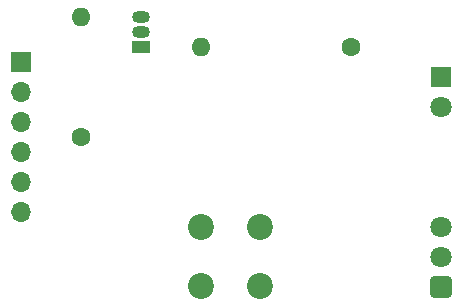
<source format=gbs>
G04 #@! TF.GenerationSoftware,KiCad,Pcbnew,(6.0.1)*
G04 #@! TF.CreationDate,2022-03-21T22:02:58-04:00*
G04 #@! TF.ProjectId,irled,69726c65-642e-46b6-9963-61645f706362,rev?*
G04 #@! TF.SameCoordinates,Original*
G04 #@! TF.FileFunction,Soldermask,Bot*
G04 #@! TF.FilePolarity,Negative*
%FSLAX46Y46*%
G04 Gerber Fmt 4.6, Leading zero omitted, Abs format (unit mm)*
G04 Created by KiCad (PCBNEW (6.0.1)) date 2022-03-21 22:02:58*
%MOMM*%
%LPD*%
G01*
G04 APERTURE LIST*
G04 Aperture macros list*
%AMRoundRect*
0 Rectangle with rounded corners*
0 $1 Rounding radius*
0 $2 $3 $4 $5 $6 $7 $8 $9 X,Y pos of 4 corners*
0 Add a 4 corners polygon primitive as box body*
4,1,4,$2,$3,$4,$5,$6,$7,$8,$9,$2,$3,0*
0 Add four circle primitives for the rounded corners*
1,1,$1+$1,$2,$3*
1,1,$1+$1,$4,$5*
1,1,$1+$1,$6,$7*
1,1,$1+$1,$8,$9*
0 Add four rect primitives between the rounded corners*
20,1,$1+$1,$2,$3,$4,$5,0*
20,1,$1+$1,$4,$5,$6,$7,0*
20,1,$1+$1,$6,$7,$8,$9,0*
20,1,$1+$1,$8,$9,$2,$3,0*%
G04 Aperture macros list end*
%ADD10C,2.200000*%
%ADD11RoundRect,0.250200X0.649800X-0.649800X0.649800X0.649800X-0.649800X0.649800X-0.649800X-0.649800X0*%
%ADD12C,1.800000*%
%ADD13C,1.600000*%
%ADD14O,1.600000X1.600000*%
%ADD15R,1.500000X1.050000*%
%ADD16O,1.500000X1.050000*%
%ADD17R,1.700000X1.700000*%
%ADD18O,1.700000X1.700000*%
%ADD19R,1.800000X1.800000*%
G04 APERTURE END LIST*
D10*
X152400000Y-96520000D03*
X157400000Y-96520000D03*
X152400000Y-101520000D03*
X157400000Y-101520000D03*
D11*
X172720000Y-101600000D03*
D12*
X172720000Y-99060000D03*
X172720000Y-96520000D03*
D13*
X165100000Y-81280000D03*
D14*
X152400000Y-81280000D03*
D13*
X142240000Y-88900000D03*
D14*
X142240000Y-78740000D03*
D15*
X147320000Y-81280000D03*
D16*
X147320000Y-80010000D03*
X147320000Y-78740000D03*
D17*
X137160000Y-82550000D03*
D18*
X137160000Y-85090000D03*
X137160000Y-87630000D03*
X137160000Y-90170000D03*
X137160000Y-92710000D03*
X137160000Y-95250000D03*
D19*
X172720000Y-83820000D03*
D12*
X172720000Y-86360000D03*
M02*

</source>
